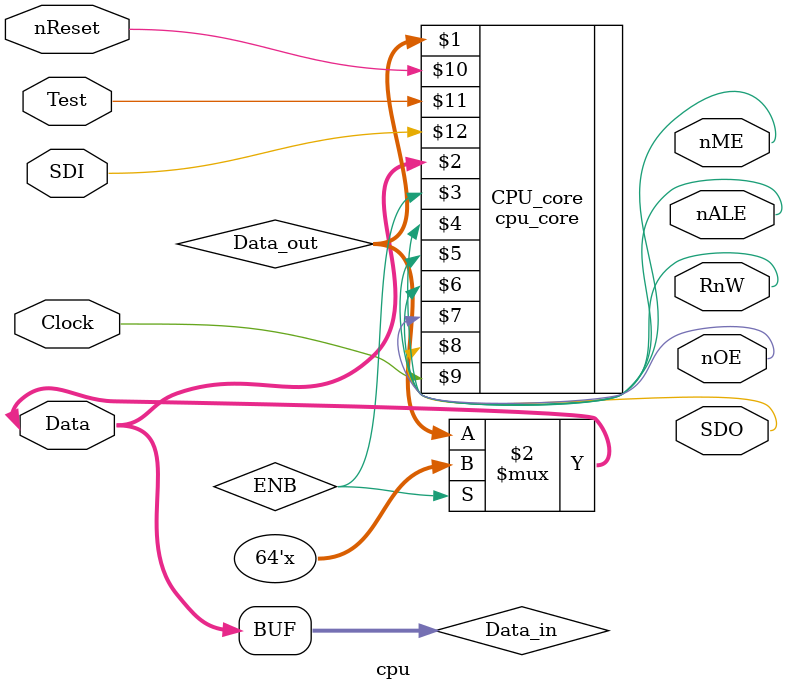
<source format=v>
`timescale 100ps / 10ps

module cpu( Data, nME, nALE, RnW, nOE, SDO, Clock, nReset, Test, SDI );

inout [63:0] Data;
output nME, nALE, RnW, nOE, SDO;
input Clock, nReset, Test, SDI;

wire [63:0] Data_in;
wire [63:0] Data_out;
wire ENB;

assign Data = (ENB == 0) ? Data_out : 64'bz;
assign Data_in = Data;

cpu_core CPU_core ( Data_out, Data_in, ENB, nME, nALE, RnW, nOE, SDO, Clock, nReset, Test, SDI );

endmodule


</source>
